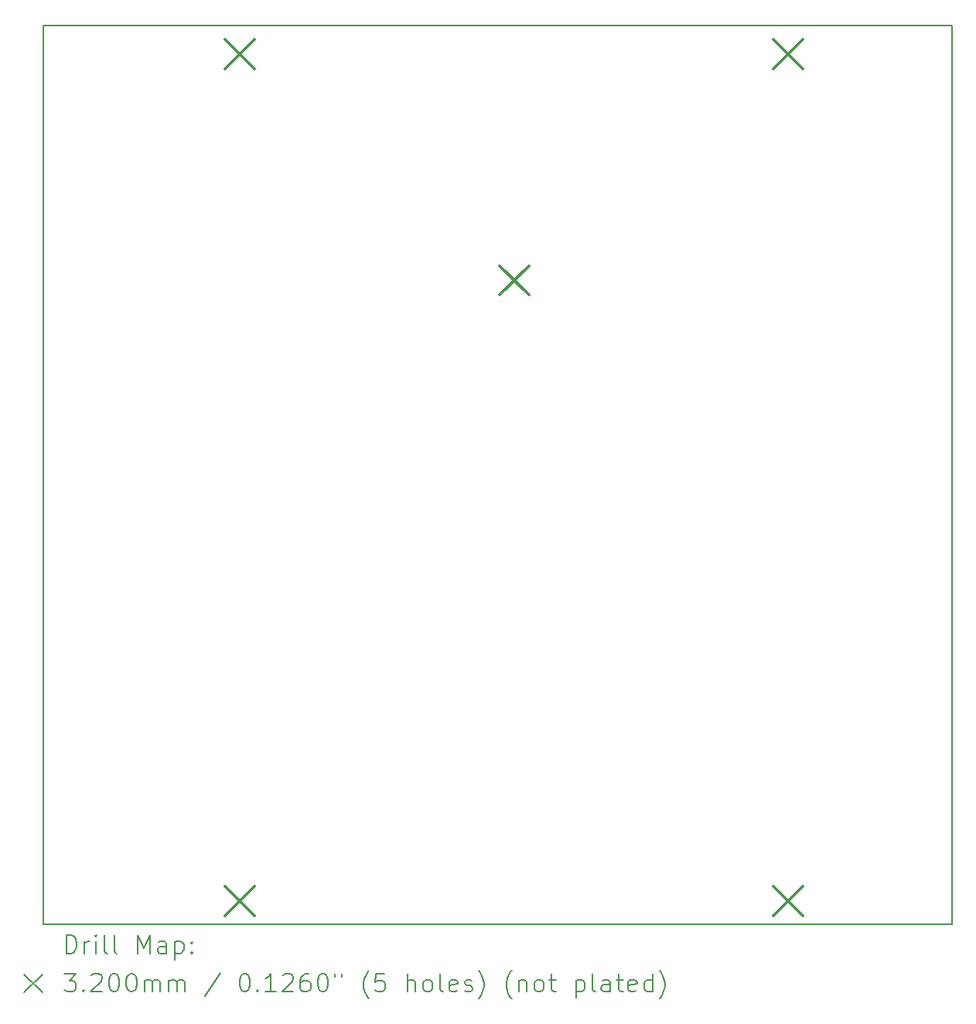
<source format=gbr>
%TF.GenerationSoftware,KiCad,Pcbnew,8.0.3*%
%TF.CreationDate,2024-11-29T12:56:54+10:00*%
%TF.ProjectId,Right Console Output,52696768-7420-4436-9f6e-736f6c65204f,rev?*%
%TF.SameCoordinates,Original*%
%TF.FileFunction,Drillmap*%
%TF.FilePolarity,Positive*%
%FSLAX45Y45*%
G04 Gerber Fmt 4.5, Leading zero omitted, Abs format (unit mm)*
G04 Created by KiCad (PCBNEW 8.0.3) date 2024-11-29 12:56:54*
%MOMM*%
%LPD*%
G01*
G04 APERTURE LIST*
%ADD10C,0.150000*%
%ADD11C,0.200000*%
%ADD12C,0.320000*%
G04 APERTURE END LIST*
D10*
X21401000Y-3650000D02*
X11449000Y-3650000D01*
X11449000Y-13492500D01*
X21401000Y-13492500D01*
X21401000Y-3650000D01*
D11*
D12*
X13442000Y-3807500D02*
X13762000Y-4127500D01*
X13762000Y-3807500D02*
X13442000Y-4127500D01*
X13442000Y-13078500D02*
X13762000Y-13398500D01*
X13762000Y-13078500D02*
X13442000Y-13398500D01*
X16444000Y-6284000D02*
X16764000Y-6604000D01*
X16764000Y-6284000D02*
X16444000Y-6604000D01*
X19442000Y-3807500D02*
X19762000Y-4127500D01*
X19762000Y-3807500D02*
X19442000Y-4127500D01*
X19442000Y-13078500D02*
X19762000Y-13398500D01*
X19762000Y-13078500D02*
X19442000Y-13398500D01*
D11*
X11702277Y-13811484D02*
X11702277Y-13611484D01*
X11702277Y-13611484D02*
X11749896Y-13611484D01*
X11749896Y-13611484D02*
X11778467Y-13621008D01*
X11778467Y-13621008D02*
X11797515Y-13640055D01*
X11797515Y-13640055D02*
X11807039Y-13659103D01*
X11807039Y-13659103D02*
X11816562Y-13697198D01*
X11816562Y-13697198D02*
X11816562Y-13725769D01*
X11816562Y-13725769D02*
X11807039Y-13763865D01*
X11807039Y-13763865D02*
X11797515Y-13782912D01*
X11797515Y-13782912D02*
X11778467Y-13801960D01*
X11778467Y-13801960D02*
X11749896Y-13811484D01*
X11749896Y-13811484D02*
X11702277Y-13811484D01*
X11902277Y-13811484D02*
X11902277Y-13678150D01*
X11902277Y-13716246D02*
X11911801Y-13697198D01*
X11911801Y-13697198D02*
X11921324Y-13687674D01*
X11921324Y-13687674D02*
X11940372Y-13678150D01*
X11940372Y-13678150D02*
X11959420Y-13678150D01*
X12026086Y-13811484D02*
X12026086Y-13678150D01*
X12026086Y-13611484D02*
X12016562Y-13621008D01*
X12016562Y-13621008D02*
X12026086Y-13630531D01*
X12026086Y-13630531D02*
X12035610Y-13621008D01*
X12035610Y-13621008D02*
X12026086Y-13611484D01*
X12026086Y-13611484D02*
X12026086Y-13630531D01*
X12149896Y-13811484D02*
X12130848Y-13801960D01*
X12130848Y-13801960D02*
X12121324Y-13782912D01*
X12121324Y-13782912D02*
X12121324Y-13611484D01*
X12254658Y-13811484D02*
X12235610Y-13801960D01*
X12235610Y-13801960D02*
X12226086Y-13782912D01*
X12226086Y-13782912D02*
X12226086Y-13611484D01*
X12483229Y-13811484D02*
X12483229Y-13611484D01*
X12483229Y-13611484D02*
X12549896Y-13754341D01*
X12549896Y-13754341D02*
X12616562Y-13611484D01*
X12616562Y-13611484D02*
X12616562Y-13811484D01*
X12797515Y-13811484D02*
X12797515Y-13706722D01*
X12797515Y-13706722D02*
X12787991Y-13687674D01*
X12787991Y-13687674D02*
X12768943Y-13678150D01*
X12768943Y-13678150D02*
X12730848Y-13678150D01*
X12730848Y-13678150D02*
X12711801Y-13687674D01*
X12797515Y-13801960D02*
X12778467Y-13811484D01*
X12778467Y-13811484D02*
X12730848Y-13811484D01*
X12730848Y-13811484D02*
X12711801Y-13801960D01*
X12711801Y-13801960D02*
X12702277Y-13782912D01*
X12702277Y-13782912D02*
X12702277Y-13763865D01*
X12702277Y-13763865D02*
X12711801Y-13744817D01*
X12711801Y-13744817D02*
X12730848Y-13735293D01*
X12730848Y-13735293D02*
X12778467Y-13735293D01*
X12778467Y-13735293D02*
X12797515Y-13725769D01*
X12892753Y-13678150D02*
X12892753Y-13878150D01*
X12892753Y-13687674D02*
X12911801Y-13678150D01*
X12911801Y-13678150D02*
X12949896Y-13678150D01*
X12949896Y-13678150D02*
X12968943Y-13687674D01*
X12968943Y-13687674D02*
X12978467Y-13697198D01*
X12978467Y-13697198D02*
X12987991Y-13716246D01*
X12987991Y-13716246D02*
X12987991Y-13773388D01*
X12987991Y-13773388D02*
X12978467Y-13792436D01*
X12978467Y-13792436D02*
X12968943Y-13801960D01*
X12968943Y-13801960D02*
X12949896Y-13811484D01*
X12949896Y-13811484D02*
X12911801Y-13811484D01*
X12911801Y-13811484D02*
X12892753Y-13801960D01*
X13073705Y-13792436D02*
X13083229Y-13801960D01*
X13083229Y-13801960D02*
X13073705Y-13811484D01*
X13073705Y-13811484D02*
X13064182Y-13801960D01*
X13064182Y-13801960D02*
X13073705Y-13792436D01*
X13073705Y-13792436D02*
X13073705Y-13811484D01*
X13073705Y-13687674D02*
X13083229Y-13697198D01*
X13083229Y-13697198D02*
X13073705Y-13706722D01*
X13073705Y-13706722D02*
X13064182Y-13697198D01*
X13064182Y-13697198D02*
X13073705Y-13687674D01*
X13073705Y-13687674D02*
X13073705Y-13706722D01*
X11241500Y-14040000D02*
X11441500Y-14240000D01*
X11441500Y-14040000D02*
X11241500Y-14240000D01*
X11683229Y-14031484D02*
X11807039Y-14031484D01*
X11807039Y-14031484D02*
X11740372Y-14107674D01*
X11740372Y-14107674D02*
X11768943Y-14107674D01*
X11768943Y-14107674D02*
X11787991Y-14117198D01*
X11787991Y-14117198D02*
X11797515Y-14126722D01*
X11797515Y-14126722D02*
X11807039Y-14145769D01*
X11807039Y-14145769D02*
X11807039Y-14193388D01*
X11807039Y-14193388D02*
X11797515Y-14212436D01*
X11797515Y-14212436D02*
X11787991Y-14221960D01*
X11787991Y-14221960D02*
X11768943Y-14231484D01*
X11768943Y-14231484D02*
X11711801Y-14231484D01*
X11711801Y-14231484D02*
X11692753Y-14221960D01*
X11692753Y-14221960D02*
X11683229Y-14212436D01*
X11892753Y-14212436D02*
X11902277Y-14221960D01*
X11902277Y-14221960D02*
X11892753Y-14231484D01*
X11892753Y-14231484D02*
X11883229Y-14221960D01*
X11883229Y-14221960D02*
X11892753Y-14212436D01*
X11892753Y-14212436D02*
X11892753Y-14231484D01*
X11978467Y-14050531D02*
X11987991Y-14041008D01*
X11987991Y-14041008D02*
X12007039Y-14031484D01*
X12007039Y-14031484D02*
X12054658Y-14031484D01*
X12054658Y-14031484D02*
X12073705Y-14041008D01*
X12073705Y-14041008D02*
X12083229Y-14050531D01*
X12083229Y-14050531D02*
X12092753Y-14069579D01*
X12092753Y-14069579D02*
X12092753Y-14088627D01*
X12092753Y-14088627D02*
X12083229Y-14117198D01*
X12083229Y-14117198D02*
X11968943Y-14231484D01*
X11968943Y-14231484D02*
X12092753Y-14231484D01*
X12216562Y-14031484D02*
X12235610Y-14031484D01*
X12235610Y-14031484D02*
X12254658Y-14041008D01*
X12254658Y-14041008D02*
X12264182Y-14050531D01*
X12264182Y-14050531D02*
X12273705Y-14069579D01*
X12273705Y-14069579D02*
X12283229Y-14107674D01*
X12283229Y-14107674D02*
X12283229Y-14155293D01*
X12283229Y-14155293D02*
X12273705Y-14193388D01*
X12273705Y-14193388D02*
X12264182Y-14212436D01*
X12264182Y-14212436D02*
X12254658Y-14221960D01*
X12254658Y-14221960D02*
X12235610Y-14231484D01*
X12235610Y-14231484D02*
X12216562Y-14231484D01*
X12216562Y-14231484D02*
X12197515Y-14221960D01*
X12197515Y-14221960D02*
X12187991Y-14212436D01*
X12187991Y-14212436D02*
X12178467Y-14193388D01*
X12178467Y-14193388D02*
X12168943Y-14155293D01*
X12168943Y-14155293D02*
X12168943Y-14107674D01*
X12168943Y-14107674D02*
X12178467Y-14069579D01*
X12178467Y-14069579D02*
X12187991Y-14050531D01*
X12187991Y-14050531D02*
X12197515Y-14041008D01*
X12197515Y-14041008D02*
X12216562Y-14031484D01*
X12407039Y-14031484D02*
X12426086Y-14031484D01*
X12426086Y-14031484D02*
X12445134Y-14041008D01*
X12445134Y-14041008D02*
X12454658Y-14050531D01*
X12454658Y-14050531D02*
X12464182Y-14069579D01*
X12464182Y-14069579D02*
X12473705Y-14107674D01*
X12473705Y-14107674D02*
X12473705Y-14155293D01*
X12473705Y-14155293D02*
X12464182Y-14193388D01*
X12464182Y-14193388D02*
X12454658Y-14212436D01*
X12454658Y-14212436D02*
X12445134Y-14221960D01*
X12445134Y-14221960D02*
X12426086Y-14231484D01*
X12426086Y-14231484D02*
X12407039Y-14231484D01*
X12407039Y-14231484D02*
X12387991Y-14221960D01*
X12387991Y-14221960D02*
X12378467Y-14212436D01*
X12378467Y-14212436D02*
X12368943Y-14193388D01*
X12368943Y-14193388D02*
X12359420Y-14155293D01*
X12359420Y-14155293D02*
X12359420Y-14107674D01*
X12359420Y-14107674D02*
X12368943Y-14069579D01*
X12368943Y-14069579D02*
X12378467Y-14050531D01*
X12378467Y-14050531D02*
X12387991Y-14041008D01*
X12387991Y-14041008D02*
X12407039Y-14031484D01*
X12559420Y-14231484D02*
X12559420Y-14098150D01*
X12559420Y-14117198D02*
X12568943Y-14107674D01*
X12568943Y-14107674D02*
X12587991Y-14098150D01*
X12587991Y-14098150D02*
X12616563Y-14098150D01*
X12616563Y-14098150D02*
X12635610Y-14107674D01*
X12635610Y-14107674D02*
X12645134Y-14126722D01*
X12645134Y-14126722D02*
X12645134Y-14231484D01*
X12645134Y-14126722D02*
X12654658Y-14107674D01*
X12654658Y-14107674D02*
X12673705Y-14098150D01*
X12673705Y-14098150D02*
X12702277Y-14098150D01*
X12702277Y-14098150D02*
X12721324Y-14107674D01*
X12721324Y-14107674D02*
X12730848Y-14126722D01*
X12730848Y-14126722D02*
X12730848Y-14231484D01*
X12826086Y-14231484D02*
X12826086Y-14098150D01*
X12826086Y-14117198D02*
X12835610Y-14107674D01*
X12835610Y-14107674D02*
X12854658Y-14098150D01*
X12854658Y-14098150D02*
X12883229Y-14098150D01*
X12883229Y-14098150D02*
X12902277Y-14107674D01*
X12902277Y-14107674D02*
X12911801Y-14126722D01*
X12911801Y-14126722D02*
X12911801Y-14231484D01*
X12911801Y-14126722D02*
X12921324Y-14107674D01*
X12921324Y-14107674D02*
X12940372Y-14098150D01*
X12940372Y-14098150D02*
X12968943Y-14098150D01*
X12968943Y-14098150D02*
X12987991Y-14107674D01*
X12987991Y-14107674D02*
X12997515Y-14126722D01*
X12997515Y-14126722D02*
X12997515Y-14231484D01*
X13387991Y-14021960D02*
X13216563Y-14279103D01*
X13645134Y-14031484D02*
X13664182Y-14031484D01*
X13664182Y-14031484D02*
X13683229Y-14041008D01*
X13683229Y-14041008D02*
X13692753Y-14050531D01*
X13692753Y-14050531D02*
X13702277Y-14069579D01*
X13702277Y-14069579D02*
X13711801Y-14107674D01*
X13711801Y-14107674D02*
X13711801Y-14155293D01*
X13711801Y-14155293D02*
X13702277Y-14193388D01*
X13702277Y-14193388D02*
X13692753Y-14212436D01*
X13692753Y-14212436D02*
X13683229Y-14221960D01*
X13683229Y-14221960D02*
X13664182Y-14231484D01*
X13664182Y-14231484D02*
X13645134Y-14231484D01*
X13645134Y-14231484D02*
X13626086Y-14221960D01*
X13626086Y-14221960D02*
X13616563Y-14212436D01*
X13616563Y-14212436D02*
X13607039Y-14193388D01*
X13607039Y-14193388D02*
X13597515Y-14155293D01*
X13597515Y-14155293D02*
X13597515Y-14107674D01*
X13597515Y-14107674D02*
X13607039Y-14069579D01*
X13607039Y-14069579D02*
X13616563Y-14050531D01*
X13616563Y-14050531D02*
X13626086Y-14041008D01*
X13626086Y-14041008D02*
X13645134Y-14031484D01*
X13797515Y-14212436D02*
X13807039Y-14221960D01*
X13807039Y-14221960D02*
X13797515Y-14231484D01*
X13797515Y-14231484D02*
X13787991Y-14221960D01*
X13787991Y-14221960D02*
X13797515Y-14212436D01*
X13797515Y-14212436D02*
X13797515Y-14231484D01*
X13997515Y-14231484D02*
X13883229Y-14231484D01*
X13940372Y-14231484D02*
X13940372Y-14031484D01*
X13940372Y-14031484D02*
X13921325Y-14060055D01*
X13921325Y-14060055D02*
X13902277Y-14079103D01*
X13902277Y-14079103D02*
X13883229Y-14088627D01*
X14073706Y-14050531D02*
X14083229Y-14041008D01*
X14083229Y-14041008D02*
X14102277Y-14031484D01*
X14102277Y-14031484D02*
X14149896Y-14031484D01*
X14149896Y-14031484D02*
X14168944Y-14041008D01*
X14168944Y-14041008D02*
X14178467Y-14050531D01*
X14178467Y-14050531D02*
X14187991Y-14069579D01*
X14187991Y-14069579D02*
X14187991Y-14088627D01*
X14187991Y-14088627D02*
X14178467Y-14117198D01*
X14178467Y-14117198D02*
X14064182Y-14231484D01*
X14064182Y-14231484D02*
X14187991Y-14231484D01*
X14359420Y-14031484D02*
X14321325Y-14031484D01*
X14321325Y-14031484D02*
X14302277Y-14041008D01*
X14302277Y-14041008D02*
X14292753Y-14050531D01*
X14292753Y-14050531D02*
X14273706Y-14079103D01*
X14273706Y-14079103D02*
X14264182Y-14117198D01*
X14264182Y-14117198D02*
X14264182Y-14193388D01*
X14264182Y-14193388D02*
X14273706Y-14212436D01*
X14273706Y-14212436D02*
X14283229Y-14221960D01*
X14283229Y-14221960D02*
X14302277Y-14231484D01*
X14302277Y-14231484D02*
X14340372Y-14231484D01*
X14340372Y-14231484D02*
X14359420Y-14221960D01*
X14359420Y-14221960D02*
X14368944Y-14212436D01*
X14368944Y-14212436D02*
X14378467Y-14193388D01*
X14378467Y-14193388D02*
X14378467Y-14145769D01*
X14378467Y-14145769D02*
X14368944Y-14126722D01*
X14368944Y-14126722D02*
X14359420Y-14117198D01*
X14359420Y-14117198D02*
X14340372Y-14107674D01*
X14340372Y-14107674D02*
X14302277Y-14107674D01*
X14302277Y-14107674D02*
X14283229Y-14117198D01*
X14283229Y-14117198D02*
X14273706Y-14126722D01*
X14273706Y-14126722D02*
X14264182Y-14145769D01*
X14502277Y-14031484D02*
X14521325Y-14031484D01*
X14521325Y-14031484D02*
X14540372Y-14041008D01*
X14540372Y-14041008D02*
X14549896Y-14050531D01*
X14549896Y-14050531D02*
X14559420Y-14069579D01*
X14559420Y-14069579D02*
X14568944Y-14107674D01*
X14568944Y-14107674D02*
X14568944Y-14155293D01*
X14568944Y-14155293D02*
X14559420Y-14193388D01*
X14559420Y-14193388D02*
X14549896Y-14212436D01*
X14549896Y-14212436D02*
X14540372Y-14221960D01*
X14540372Y-14221960D02*
X14521325Y-14231484D01*
X14521325Y-14231484D02*
X14502277Y-14231484D01*
X14502277Y-14231484D02*
X14483229Y-14221960D01*
X14483229Y-14221960D02*
X14473706Y-14212436D01*
X14473706Y-14212436D02*
X14464182Y-14193388D01*
X14464182Y-14193388D02*
X14454658Y-14155293D01*
X14454658Y-14155293D02*
X14454658Y-14107674D01*
X14454658Y-14107674D02*
X14464182Y-14069579D01*
X14464182Y-14069579D02*
X14473706Y-14050531D01*
X14473706Y-14050531D02*
X14483229Y-14041008D01*
X14483229Y-14041008D02*
X14502277Y-14031484D01*
X14645134Y-14031484D02*
X14645134Y-14069579D01*
X14721325Y-14031484D02*
X14721325Y-14069579D01*
X15016563Y-14307674D02*
X15007039Y-14298150D01*
X15007039Y-14298150D02*
X14987991Y-14269579D01*
X14987991Y-14269579D02*
X14978468Y-14250531D01*
X14978468Y-14250531D02*
X14968944Y-14221960D01*
X14968944Y-14221960D02*
X14959420Y-14174341D01*
X14959420Y-14174341D02*
X14959420Y-14136246D01*
X14959420Y-14136246D02*
X14968944Y-14088627D01*
X14968944Y-14088627D02*
X14978468Y-14060055D01*
X14978468Y-14060055D02*
X14987991Y-14041008D01*
X14987991Y-14041008D02*
X15007039Y-14012436D01*
X15007039Y-14012436D02*
X15016563Y-14002912D01*
X15187991Y-14031484D02*
X15092753Y-14031484D01*
X15092753Y-14031484D02*
X15083229Y-14126722D01*
X15083229Y-14126722D02*
X15092753Y-14117198D01*
X15092753Y-14117198D02*
X15111801Y-14107674D01*
X15111801Y-14107674D02*
X15159420Y-14107674D01*
X15159420Y-14107674D02*
X15178468Y-14117198D01*
X15178468Y-14117198D02*
X15187991Y-14126722D01*
X15187991Y-14126722D02*
X15197515Y-14145769D01*
X15197515Y-14145769D02*
X15197515Y-14193388D01*
X15197515Y-14193388D02*
X15187991Y-14212436D01*
X15187991Y-14212436D02*
X15178468Y-14221960D01*
X15178468Y-14221960D02*
X15159420Y-14231484D01*
X15159420Y-14231484D02*
X15111801Y-14231484D01*
X15111801Y-14231484D02*
X15092753Y-14221960D01*
X15092753Y-14221960D02*
X15083229Y-14212436D01*
X15435610Y-14231484D02*
X15435610Y-14031484D01*
X15521325Y-14231484D02*
X15521325Y-14126722D01*
X15521325Y-14126722D02*
X15511801Y-14107674D01*
X15511801Y-14107674D02*
X15492753Y-14098150D01*
X15492753Y-14098150D02*
X15464182Y-14098150D01*
X15464182Y-14098150D02*
X15445134Y-14107674D01*
X15445134Y-14107674D02*
X15435610Y-14117198D01*
X15645134Y-14231484D02*
X15626087Y-14221960D01*
X15626087Y-14221960D02*
X15616563Y-14212436D01*
X15616563Y-14212436D02*
X15607039Y-14193388D01*
X15607039Y-14193388D02*
X15607039Y-14136246D01*
X15607039Y-14136246D02*
X15616563Y-14117198D01*
X15616563Y-14117198D02*
X15626087Y-14107674D01*
X15626087Y-14107674D02*
X15645134Y-14098150D01*
X15645134Y-14098150D02*
X15673706Y-14098150D01*
X15673706Y-14098150D02*
X15692753Y-14107674D01*
X15692753Y-14107674D02*
X15702277Y-14117198D01*
X15702277Y-14117198D02*
X15711801Y-14136246D01*
X15711801Y-14136246D02*
X15711801Y-14193388D01*
X15711801Y-14193388D02*
X15702277Y-14212436D01*
X15702277Y-14212436D02*
X15692753Y-14221960D01*
X15692753Y-14221960D02*
X15673706Y-14231484D01*
X15673706Y-14231484D02*
X15645134Y-14231484D01*
X15826087Y-14231484D02*
X15807039Y-14221960D01*
X15807039Y-14221960D02*
X15797515Y-14202912D01*
X15797515Y-14202912D02*
X15797515Y-14031484D01*
X15978468Y-14221960D02*
X15959420Y-14231484D01*
X15959420Y-14231484D02*
X15921325Y-14231484D01*
X15921325Y-14231484D02*
X15902277Y-14221960D01*
X15902277Y-14221960D02*
X15892753Y-14202912D01*
X15892753Y-14202912D02*
X15892753Y-14126722D01*
X15892753Y-14126722D02*
X15902277Y-14107674D01*
X15902277Y-14107674D02*
X15921325Y-14098150D01*
X15921325Y-14098150D02*
X15959420Y-14098150D01*
X15959420Y-14098150D02*
X15978468Y-14107674D01*
X15978468Y-14107674D02*
X15987991Y-14126722D01*
X15987991Y-14126722D02*
X15987991Y-14145769D01*
X15987991Y-14145769D02*
X15892753Y-14164817D01*
X16064182Y-14221960D02*
X16083230Y-14231484D01*
X16083230Y-14231484D02*
X16121325Y-14231484D01*
X16121325Y-14231484D02*
X16140372Y-14221960D01*
X16140372Y-14221960D02*
X16149896Y-14202912D01*
X16149896Y-14202912D02*
X16149896Y-14193388D01*
X16149896Y-14193388D02*
X16140372Y-14174341D01*
X16140372Y-14174341D02*
X16121325Y-14164817D01*
X16121325Y-14164817D02*
X16092753Y-14164817D01*
X16092753Y-14164817D02*
X16073706Y-14155293D01*
X16073706Y-14155293D02*
X16064182Y-14136246D01*
X16064182Y-14136246D02*
X16064182Y-14126722D01*
X16064182Y-14126722D02*
X16073706Y-14107674D01*
X16073706Y-14107674D02*
X16092753Y-14098150D01*
X16092753Y-14098150D02*
X16121325Y-14098150D01*
X16121325Y-14098150D02*
X16140372Y-14107674D01*
X16216563Y-14307674D02*
X16226087Y-14298150D01*
X16226087Y-14298150D02*
X16245134Y-14269579D01*
X16245134Y-14269579D02*
X16254658Y-14250531D01*
X16254658Y-14250531D02*
X16264182Y-14221960D01*
X16264182Y-14221960D02*
X16273706Y-14174341D01*
X16273706Y-14174341D02*
X16273706Y-14136246D01*
X16273706Y-14136246D02*
X16264182Y-14088627D01*
X16264182Y-14088627D02*
X16254658Y-14060055D01*
X16254658Y-14060055D02*
X16245134Y-14041008D01*
X16245134Y-14041008D02*
X16226087Y-14012436D01*
X16226087Y-14012436D02*
X16216563Y-14002912D01*
X16578468Y-14307674D02*
X16568944Y-14298150D01*
X16568944Y-14298150D02*
X16549896Y-14269579D01*
X16549896Y-14269579D02*
X16540372Y-14250531D01*
X16540372Y-14250531D02*
X16530849Y-14221960D01*
X16530849Y-14221960D02*
X16521325Y-14174341D01*
X16521325Y-14174341D02*
X16521325Y-14136246D01*
X16521325Y-14136246D02*
X16530849Y-14088627D01*
X16530849Y-14088627D02*
X16540372Y-14060055D01*
X16540372Y-14060055D02*
X16549896Y-14041008D01*
X16549896Y-14041008D02*
X16568944Y-14012436D01*
X16568944Y-14012436D02*
X16578468Y-14002912D01*
X16654658Y-14098150D02*
X16654658Y-14231484D01*
X16654658Y-14117198D02*
X16664182Y-14107674D01*
X16664182Y-14107674D02*
X16683230Y-14098150D01*
X16683230Y-14098150D02*
X16711801Y-14098150D01*
X16711801Y-14098150D02*
X16730849Y-14107674D01*
X16730849Y-14107674D02*
X16740372Y-14126722D01*
X16740372Y-14126722D02*
X16740372Y-14231484D01*
X16864182Y-14231484D02*
X16845134Y-14221960D01*
X16845134Y-14221960D02*
X16835611Y-14212436D01*
X16835611Y-14212436D02*
X16826087Y-14193388D01*
X16826087Y-14193388D02*
X16826087Y-14136246D01*
X16826087Y-14136246D02*
X16835611Y-14117198D01*
X16835611Y-14117198D02*
X16845134Y-14107674D01*
X16845134Y-14107674D02*
X16864182Y-14098150D01*
X16864182Y-14098150D02*
X16892754Y-14098150D01*
X16892754Y-14098150D02*
X16911801Y-14107674D01*
X16911801Y-14107674D02*
X16921325Y-14117198D01*
X16921325Y-14117198D02*
X16930849Y-14136246D01*
X16930849Y-14136246D02*
X16930849Y-14193388D01*
X16930849Y-14193388D02*
X16921325Y-14212436D01*
X16921325Y-14212436D02*
X16911801Y-14221960D01*
X16911801Y-14221960D02*
X16892754Y-14231484D01*
X16892754Y-14231484D02*
X16864182Y-14231484D01*
X16987992Y-14098150D02*
X17064182Y-14098150D01*
X17016563Y-14031484D02*
X17016563Y-14202912D01*
X17016563Y-14202912D02*
X17026087Y-14221960D01*
X17026087Y-14221960D02*
X17045134Y-14231484D01*
X17045134Y-14231484D02*
X17064182Y-14231484D01*
X17283230Y-14098150D02*
X17283230Y-14298150D01*
X17283230Y-14107674D02*
X17302277Y-14098150D01*
X17302277Y-14098150D02*
X17340373Y-14098150D01*
X17340373Y-14098150D02*
X17359420Y-14107674D01*
X17359420Y-14107674D02*
X17368944Y-14117198D01*
X17368944Y-14117198D02*
X17378468Y-14136246D01*
X17378468Y-14136246D02*
X17378468Y-14193388D01*
X17378468Y-14193388D02*
X17368944Y-14212436D01*
X17368944Y-14212436D02*
X17359420Y-14221960D01*
X17359420Y-14221960D02*
X17340373Y-14231484D01*
X17340373Y-14231484D02*
X17302277Y-14231484D01*
X17302277Y-14231484D02*
X17283230Y-14221960D01*
X17492754Y-14231484D02*
X17473706Y-14221960D01*
X17473706Y-14221960D02*
X17464182Y-14202912D01*
X17464182Y-14202912D02*
X17464182Y-14031484D01*
X17654658Y-14231484D02*
X17654658Y-14126722D01*
X17654658Y-14126722D02*
X17645135Y-14107674D01*
X17645135Y-14107674D02*
X17626087Y-14098150D01*
X17626087Y-14098150D02*
X17587992Y-14098150D01*
X17587992Y-14098150D02*
X17568944Y-14107674D01*
X17654658Y-14221960D02*
X17635611Y-14231484D01*
X17635611Y-14231484D02*
X17587992Y-14231484D01*
X17587992Y-14231484D02*
X17568944Y-14221960D01*
X17568944Y-14221960D02*
X17559420Y-14202912D01*
X17559420Y-14202912D02*
X17559420Y-14183865D01*
X17559420Y-14183865D02*
X17568944Y-14164817D01*
X17568944Y-14164817D02*
X17587992Y-14155293D01*
X17587992Y-14155293D02*
X17635611Y-14155293D01*
X17635611Y-14155293D02*
X17654658Y-14145769D01*
X17721325Y-14098150D02*
X17797515Y-14098150D01*
X17749896Y-14031484D02*
X17749896Y-14202912D01*
X17749896Y-14202912D02*
X17759420Y-14221960D01*
X17759420Y-14221960D02*
X17778468Y-14231484D01*
X17778468Y-14231484D02*
X17797515Y-14231484D01*
X17940373Y-14221960D02*
X17921325Y-14231484D01*
X17921325Y-14231484D02*
X17883230Y-14231484D01*
X17883230Y-14231484D02*
X17864182Y-14221960D01*
X17864182Y-14221960D02*
X17854658Y-14202912D01*
X17854658Y-14202912D02*
X17854658Y-14126722D01*
X17854658Y-14126722D02*
X17864182Y-14107674D01*
X17864182Y-14107674D02*
X17883230Y-14098150D01*
X17883230Y-14098150D02*
X17921325Y-14098150D01*
X17921325Y-14098150D02*
X17940373Y-14107674D01*
X17940373Y-14107674D02*
X17949896Y-14126722D01*
X17949896Y-14126722D02*
X17949896Y-14145769D01*
X17949896Y-14145769D02*
X17854658Y-14164817D01*
X18121325Y-14231484D02*
X18121325Y-14031484D01*
X18121325Y-14221960D02*
X18102277Y-14231484D01*
X18102277Y-14231484D02*
X18064182Y-14231484D01*
X18064182Y-14231484D02*
X18045135Y-14221960D01*
X18045135Y-14221960D02*
X18035611Y-14212436D01*
X18035611Y-14212436D02*
X18026087Y-14193388D01*
X18026087Y-14193388D02*
X18026087Y-14136246D01*
X18026087Y-14136246D02*
X18035611Y-14117198D01*
X18035611Y-14117198D02*
X18045135Y-14107674D01*
X18045135Y-14107674D02*
X18064182Y-14098150D01*
X18064182Y-14098150D02*
X18102277Y-14098150D01*
X18102277Y-14098150D02*
X18121325Y-14107674D01*
X18197516Y-14307674D02*
X18207039Y-14298150D01*
X18207039Y-14298150D02*
X18226087Y-14269579D01*
X18226087Y-14269579D02*
X18235611Y-14250531D01*
X18235611Y-14250531D02*
X18245135Y-14221960D01*
X18245135Y-14221960D02*
X18254658Y-14174341D01*
X18254658Y-14174341D02*
X18254658Y-14136246D01*
X18254658Y-14136246D02*
X18245135Y-14088627D01*
X18245135Y-14088627D02*
X18235611Y-14060055D01*
X18235611Y-14060055D02*
X18226087Y-14041008D01*
X18226087Y-14041008D02*
X18207039Y-14012436D01*
X18207039Y-14012436D02*
X18197516Y-14002912D01*
M02*

</source>
